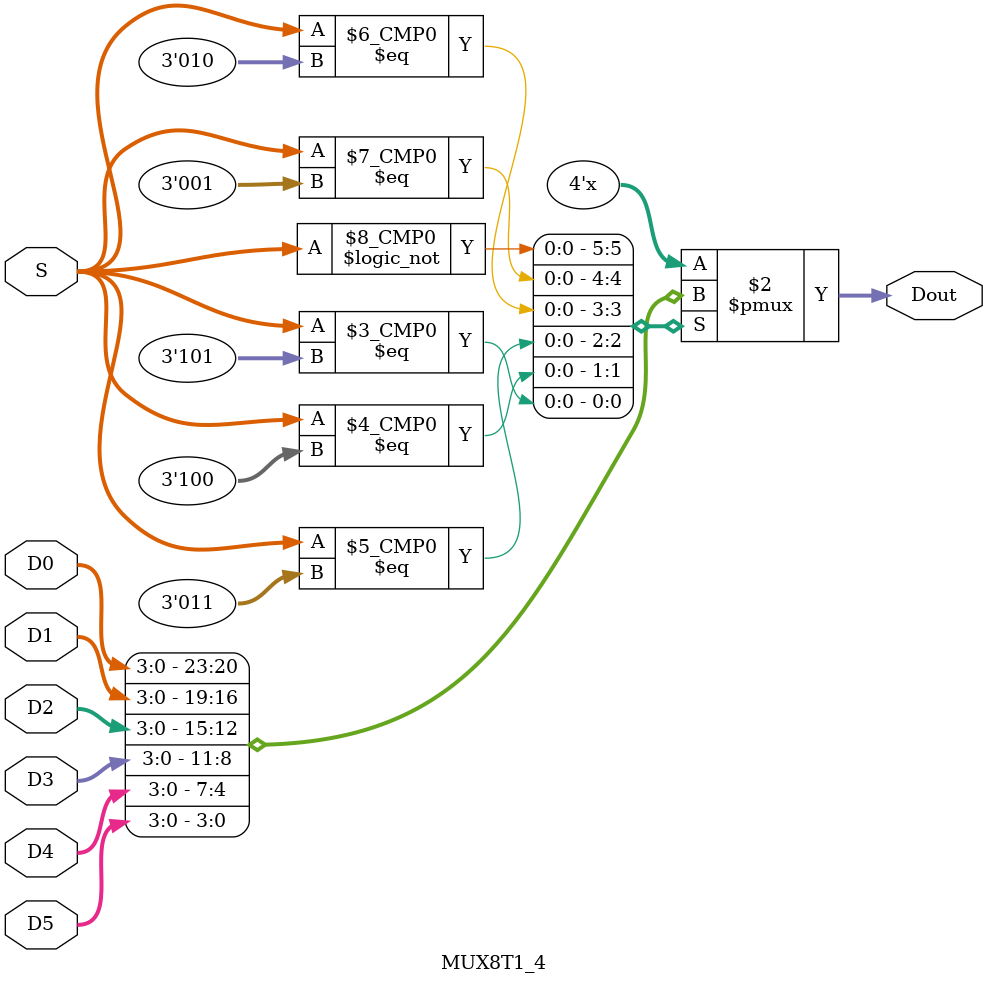
<source format=v>
`timescale 1ns / 1ps
module MUX8T1_4( 	input [2:0]S,
						input [3:0]D0,
						input [3:0]D1,
						input [3:0]D2,
						input [3:0]D3,
						input [3:0]D4,
						input [3:0]D5,
						output reg [3:0]Dout
    );

	always @ * begin
		case(S)
			3'd0: Dout <= D0;
			3'd1: Dout <= D1;
			3'd2: Dout <= D2;
			3'd3: Dout <= D3;
			3'd4: Dout <= D4;
			3'd5: Dout <= D5;
			default: ;
		endcase
	end
endmodule

</source>
